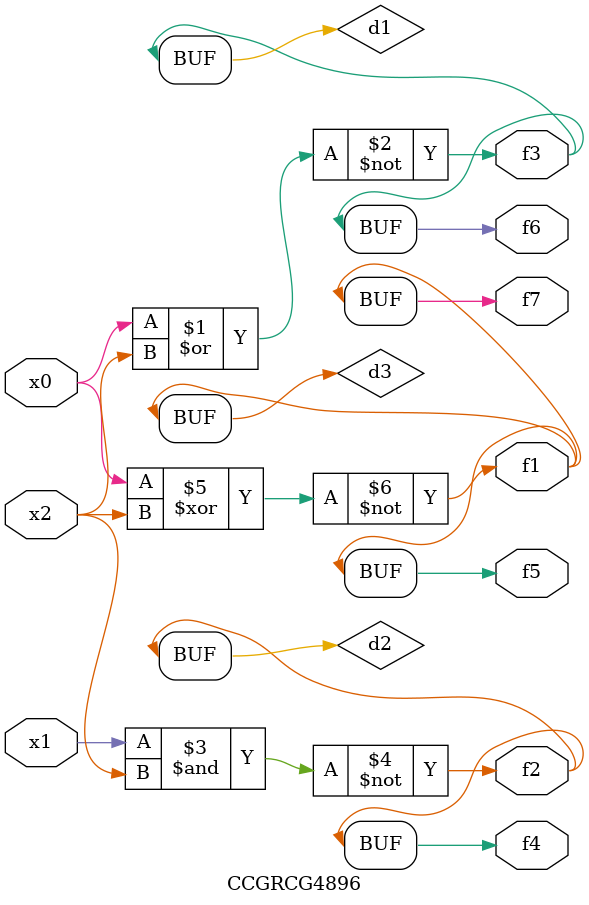
<source format=v>
module CCGRCG4896(
	input x0, x1, x2,
	output f1, f2, f3, f4, f5, f6, f7
);

	wire d1, d2, d3;

	nor (d1, x0, x2);
	nand (d2, x1, x2);
	xnor (d3, x0, x2);
	assign f1 = d3;
	assign f2 = d2;
	assign f3 = d1;
	assign f4 = d2;
	assign f5 = d3;
	assign f6 = d1;
	assign f7 = d3;
endmodule

</source>
